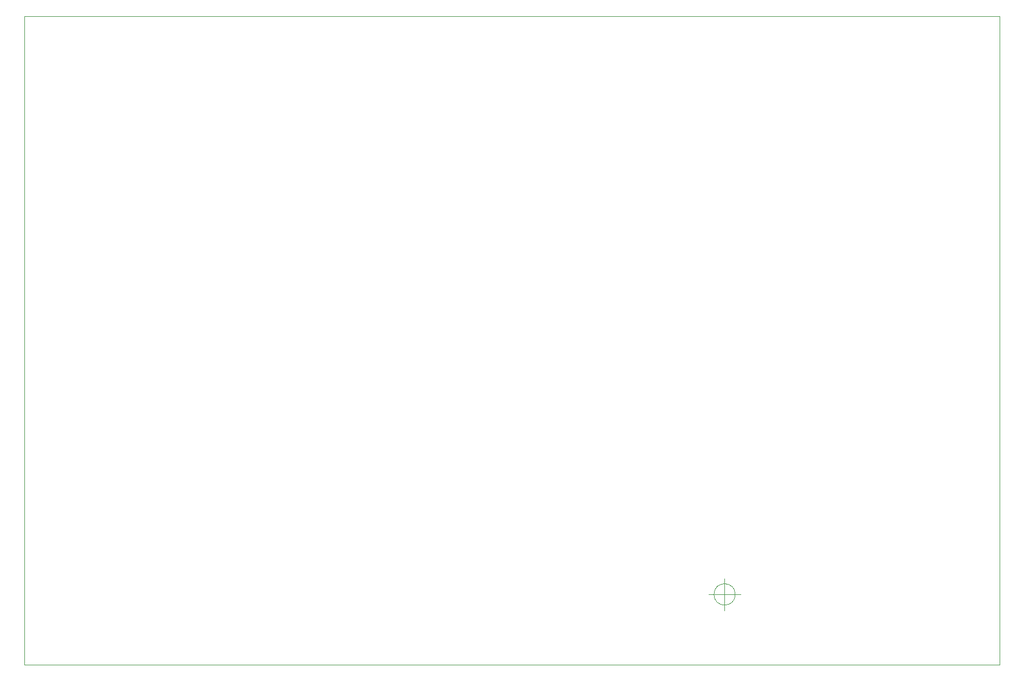
<source format=gbr>
%TF.GenerationSoftware,KiCad,Pcbnew,(5.1.6)-1*%
%TF.CreationDate,2021-08-21T15:03:11-07:00*%
%TF.ProjectId,BPEM488CWaux,4250454d-3438-4384-9357-6175782e6b69,rev?*%
%TF.SameCoordinates,Original*%
%TF.FileFunction,Profile,NP*%
%FSLAX46Y46*%
G04 Gerber Fmt 4.6, Leading zero omitted, Abs format (unit mm)*
G04 Created by KiCad (PCBNEW (5.1.6)-1) date 2021-08-21 15:03:11*
%MOMM*%
%LPD*%
G01*
G04 APERTURE LIST*
%TA.AperFunction,Profile*%
%ADD10C,0.050000*%
%TD*%
G04 APERTURE END LIST*
D10*
X203200000Y-50927000D02*
X203200000Y-152273000D01*
X50800000Y-50927000D02*
X50800000Y-152273000D01*
X50800000Y-50927000D02*
X203200000Y-50927000D01*
X161864466Y-141300200D02*
G75*
G03*
X161864466Y-141300200I-1666666J0D01*
G01*
X157697800Y-141300200D02*
X162697800Y-141300200D01*
X160197800Y-138800200D02*
X160197800Y-143800200D01*
X203200000Y-152273000D02*
X50800000Y-152273000D01*
M02*

</source>
